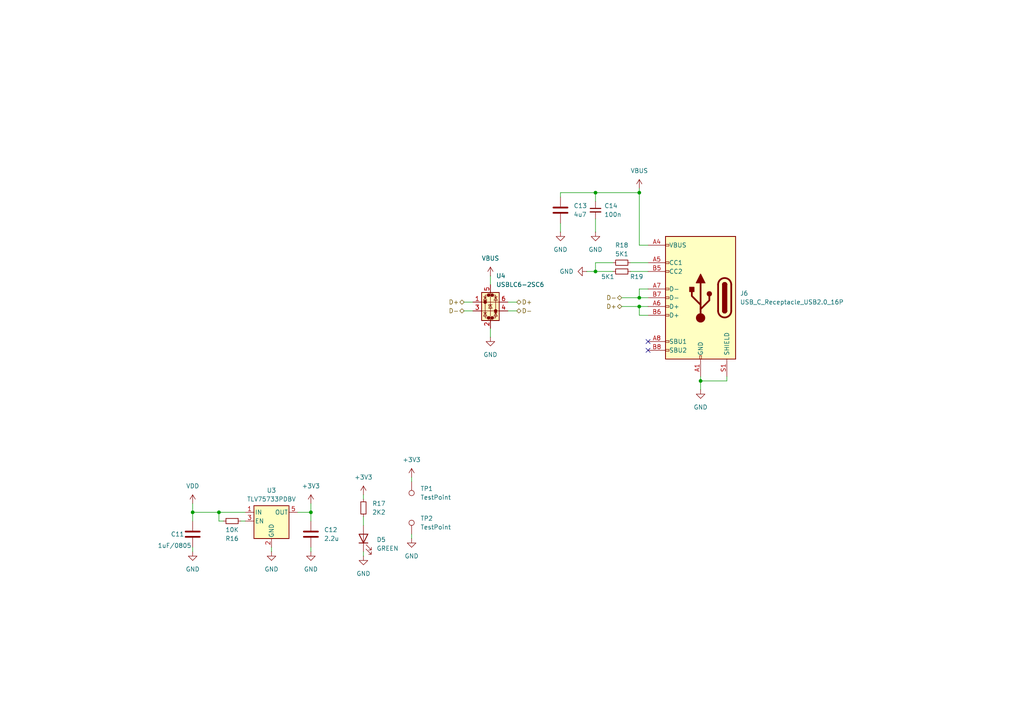
<source format=kicad_sch>
(kicad_sch (version 20231120) (generator "eeschema") (generator_version "8.0")
  (paper "A4")
  (lib_symbols
    (symbol "+3V3_4" (power) (pin_names (offset 0))
      (property "Value" "+3V3" (at 0 3.556 0))
      (symbol "+3V3_4_0_1"
        (polyline (pts (xy -0.762 1.27) (xy 0 2.54)))
        (polyline (pts (xy 0 0) (xy 0 2.54)))
        (polyline (pts (xy 0 2.54) (xy 0.762 1.27)))
      )
      (symbol "+3V3_4_1_1"
        (pin power_in line (at 0 0 90) (length 0) hide (name "+3V3") (number "1"))
      )
    )
    (symbol "Connector:TestPoint" (pin_numbers hide) (pin_names (offset 0.762) hide)
      (property "Reference" "TP" (at 0 6.858 0))
      (property "Value" "TestPoint" (at 0 5.08 0))
      (symbol "TestPoint_0_1"
        (circle (center 0 3.302) (radius 0.762))
      )
      (symbol "TestPoint_1_1"
        (pin passive line (at 0 0 90) (length 2.54) (name "1") (number "1"))
      )
    )
    (symbol "Connector:USB_C_Receptacle_USB2.0_16P" (pin_names (offset 1.016))
      (property "Reference" "J" (at 0 22.225 0))
      (property "Value" "USB_C_Receptacle_USB2.0_16P" (at 0 19.685 0))
      (symbol "USB_C_Receptacle_USB2.0_16P_0_0"
        (rectangle (start -0.254 -17.78) (end 0.254 -16.764))
        (rectangle (start 10.16 -14.986) (end 9.144 -15.494))
        (rectangle (start 10.16 -12.446) (end 9.144 -12.954))
        (rectangle (start 10.16 -4.826) (end 9.144 -5.334))
        (rectangle (start 10.16 -2.286) (end 9.144 -2.794))
        (rectangle (start 10.16 0.254) (end 9.144 -0.254))
        (rectangle (start 10.16 2.794) (end 9.144 2.286))
        (rectangle (start 10.16 7.874) (end 9.144 7.366))
        (rectangle (start 10.16 10.414) (end 9.144 9.906))
        (rectangle (start 10.16 15.494) (end 9.144 14.986))
      )
      (symbol "USB_C_Receptacle_USB2.0_16P_0_1"
        (rectangle (start -10.16 17.78) (end 10.16 -17.78) (stroke (width 0.254)) (fill (type background)))
        (arc (start -8.89 -3.81) (mid -6.985 -5.7067) (end -5.08 -3.81) (stroke (width 0.508)))
        (arc (start -7.62 -3.81) (mid -6.985 -4.4423) (end -6.35 -3.81) (stroke (width 0.254)))
        (arc (start -7.62 -3.81) (mid -6.985 -4.4423) (end -6.35 -3.81) (stroke (width 0.254)) (fill (type outline)))
        (rectangle (start -7.62 -3.81) (end -6.35 3.81) (stroke (width 0.254)) (fill (type outline)))
        (arc (start -6.35 3.81) (mid -6.985 4.4423) (end -7.62 3.81) (stroke (width 0.254)))
        (arc (start -6.35 3.81) (mid -6.985 4.4423) (end -7.62 3.81) (stroke (width 0.254)) (fill (type outline)))
        (arc (start -5.08 3.81) (mid -6.985 5.7067) (end -8.89 3.81) (stroke (width 0.508)))
        (circle (center -2.54 1.143) (radius 0.635) (stroke (width 0.254)) (fill (type outline)))
        (circle (center 0 -5.842) (radius 1.27) (fill (type outline)))
        (polyline (pts (xy -8.89 -3.81) (xy -8.89 3.81)) (stroke (width 0.508)))
        (polyline (pts (xy -5.08 3.81) (xy -5.08 -3.81)) (stroke (width 0.508)))
        (polyline (pts (xy 0 -5.842) (xy 0 4.318)) (stroke (width 0.508)))
        (polyline (pts (xy 0 -3.302) (xy -2.54 -0.762) (xy -2.54 0.508)) (stroke (width 0.508)))
        (polyline (pts (xy 0 -2.032) (xy 2.54 0.508) (xy 2.54 1.778)) (stroke (width 0.508)))
        (polyline (pts (xy -1.27 4.318) (xy 0 6.858) (xy 1.27 4.318) (xy -1.27 4.318)) (stroke (width 0.254)) (fill (type outline)))
        (rectangle (start 1.905 1.778) (end 3.175 3.048) (stroke (width 0.254)) (fill (type outline)))
      )
      (symbol "USB_C_Receptacle_USB2.0_16P_1_1"
        (pin passive line (at 0 -22.86 90) (length 5.08) (name "GND") (number "A1"))
        (pin passive line (at 0 -22.86 90) (length 5.08) hide (name "GND") (number "A12"))
        (pin passive line (at 15.24 15.24 180) (length 5.08) (name "VBUS") (number "A4"))
        (pin bidirectional line (at 15.24 10.16 180) (length 5.08) (name "CC1") (number "A5"))
        (pin bidirectional line (at 15.24 -2.54 180) (length 5.08) (name "D+") (number "A6"))
        (pin bidirectional line (at 15.24 2.54 180) (length 5.08) (name "D-") (number "A7"))
        (pin bidirectional line (at 15.24 -12.7 180) (length 5.08) (name "SBU1") (number "A8"))
        (pin passive line (at 15.24 15.24 180) (length 5.08) hide (name "VBUS") (number "A9"))
        (pin passive line (at 0 -22.86 90) (length 5.08) hide (name "GND") (number "B1"))
        (pin passive line (at 0 -22.86 90) (length 5.08) hide (name "GND") (number "B12"))
        (pin passive line (at 15.24 15.24 180) (length 5.08) hide (name "VBUS") (number "B4"))
        (pin bidirectional line (at 15.24 7.62 180) (length 5.08) (name "CC2") (number "B5"))
        (pin bidirectional line (at 15.24 -5.08 180) (length 5.08) (name "D+") (number "B6"))
        (pin bidirectional line (at 15.24 0 180) (length 5.08) (name "D-") (number "B7"))
        (pin bidirectional line (at 15.24 -15.24 180) (length 5.08) (name "SBU2") (number "B8"))
        (pin passive line (at 15.24 15.24 180) (length 5.08) hide (name "VBUS") (number "B9"))
        (pin passive line (at -7.62 -22.86 90) (length 5.08) (name "SHIELD") (number "S1"))
      )
    )
    (symbol "Device:C" (pin_numbers hide) (pin_names (offset 0.254))
      (property "Reference" "C" (at 0.635 2.54 0))
      (property "Value" "C" (at 0.635 -2.54 0))
      (symbol "C_0_1"
        (polyline (pts (xy -2.032 -0.762) (xy 2.032 -0.762)) (stroke (width 0.508)))
        (polyline (pts (xy -2.032 0.762) (xy 2.032 0.762)) (stroke (width 0.508)))
      )
      (symbol "C_1_1"
        (pin passive line (at 0 3.81 270) (length 2.794) (name "~") (number "1"))
        (pin passive line (at 0 -3.81 90) (length 2.794) (name "~") (number "2"))
      )
    )
    (symbol "Device:C_Small" (pin_numbers hide) (pin_names (offset 0.254) hide)
      (property "Reference" "C" (at 0.254 1.778 0))
      (property "Value" "C_Small" (at 0.254 -2.032 0))
      (symbol "C_Small_0_1"
        (polyline (pts (xy -1.524 -0.508) (xy 1.524 -0.508)) (stroke (width 0.3302)))
        (polyline (pts (xy -1.524 0.508) (xy 1.524 0.508)) (stroke (width 0.3048)))
      )
      (symbol "C_Small_1_1"
        (pin passive line (at 0 2.54 270) (length 2.032) (name "~") (number "1"))
        (pin passive line (at 0 -2.54 90) (length 2.032) (name "~") (number "2"))
      )
    )
    (symbol "Device:LED" (pin_numbers hide) (pin_names (offset 1.016) hide)
      (property "Reference" "D" (at 0 2.54 0))
      (property "Value" "LED" (at 0 -2.54 0))
      (symbol "LED_0_1"
        (polyline (pts (xy -1.27 -1.27) (xy -1.27 1.27)) (stroke (width 0.254)))
        (polyline (pts (xy -1.27 0) (xy 1.27 0)))
        (polyline (pts (xy 1.27 -1.27) (xy 1.27 1.27) (xy -1.27 0) (xy 1.27 -1.27)) (stroke (width 0.254)))
        (polyline (pts (xy -3.048 -0.762) (xy -4.572 -2.286) (xy -3.81 -2.286) (xy -4.572 -2.286) (xy -4.572 -1.524)))
        (polyline (pts (xy -1.778 -0.762) (xy -3.302 -2.286) (xy -2.54 -2.286) (xy -3.302 -2.286) (xy -3.302 -1.524)))
      )
      (symbol "LED_1_1"
        (pin passive line (at -3.81 0 0) (length 2.54) (name "K") (number "1"))
        (pin passive line (at 3.81 0 180) (length 2.54) (name "A") (number "2"))
      )
    )
    (symbol "Device:R_Small" (pin_numbers hide) (pin_names (offset 0.254) hide)
      (property "Reference" "R" (at 0.762 0.508 0))
      (property "Value" "R_Small" (at 0.762 -1.016 0))
      (symbol "R_Small_0_1"
        (rectangle (start -0.762 1.778) (end 0.762 -1.778) (stroke (width 0.2032)))
      )
      (symbol "R_Small_1_1"
        (pin passive line (at 0 2.54 270) (length 0.762) (name "~") (number "1"))
        (pin passive line (at 0 -2.54 90) (length 0.762) (name "~") (number "2"))
      )
    )
    (symbol "Power_Protection:USBLC6-2SC6" (pin_names hide)
      (property "Reference" "U" (at 0.635 5.715 0))
      (property "Value" "USBLC6-2SC6" (at 0.635 3.81 0))
      (symbol "USBLC6-2SC6_0_0"
        (circle (center -1.524 0) (radius 0.0001) (stroke (width 0.508)))
        (circle (center -0.508 -4.572) (radius 0.0001) (stroke (width 0.508)))
        (circle (center -0.508 2.032) (radius 0.0001) (stroke (width 0.508)))
        (circle (center 0.508 -4.572) (radius 0.0001) (stroke (width 0.508)))
        (circle (center 0.508 2.032) (radius 0.0001) (stroke (width 0.508)))
        (circle (center 1.524 -2.54) (radius 0.0001) (stroke (width 0.508)))
      )
      (symbol "USBLC6-2SC6_0_1"
        (polyline (pts (xy -2.54 -2.54) (xy 2.54 -2.54)))
        (polyline (pts (xy -2.54 0) (xy 2.54 0)))
        (polyline (pts (xy -2.032 -3.048) (xy -1.016 -3.048)))
        (polyline (pts (xy -1.016 1.524) (xy -2.032 1.524)))
        (polyline (pts (xy 1.016 -3.048) (xy 2.032 -3.048)))
        (polyline (pts (xy 1.016 1.524) (xy 2.032 1.524)))
        (polyline (pts (xy -0.508 -1.143) (xy -0.508 -0.762) (xy 0.508 -0.762)))
        (polyline (pts (xy -2.032 0.508) (xy -1.016 0.508) (xy -1.524 1.524) (xy -2.032 0.508)))
        (polyline (pts (xy -1.016 -4.064) (xy -2.032 -4.064) (xy -1.524 -3.048) (xy -1.016 -4.064)))
        (polyline (pts (xy 0.508 -1.778) (xy -0.508 -1.778) (xy 0 -0.762) (xy 0.508 -1.778)))
        (polyline (pts (xy 2.032 -4.064) (xy 1.016 -4.064) (xy 1.524 -3.048) (xy 2.032 -4.064)))
        (polyline (pts (xy 2.032 0.508) (xy 1.016 0.508) (xy 1.524 1.524) (xy 2.032 0.508)))
        (polyline (pts (xy 0 2.54) (xy -0.508 2.032) (xy 0.508 2.032) (xy 0 1.524) (xy 0 -4.064) (xy -0.508 -4.572) (xy 0.508 -4.572) (xy 0 -5.08)))
      )
      (symbol "USBLC6-2SC6_1_1"
        (rectangle (start -2.54 2.794) (end 2.54 -5.334) (stroke (width 0.254)) (fill (type background)))
        (polyline (pts (xy -0.508 2.032) (xy -1.524 2.032) (xy -1.524 -4.572) (xy -0.508 -4.572)))
        (polyline (pts (xy 0.508 -4.572) (xy 1.524 -4.572) (xy 1.524 2.032) (xy 0.508 2.032)))
        (pin passive line (at -5.08 0 0) (length 2.54) (name "I/O1") (number "1"))
        (pin passive line (at 0 -7.62 90) (length 2.54) (name "GND") (number "2"))
        (pin passive line (at -5.08 -2.54 0) (length 2.54) (name "I/O2") (number "3"))
        (pin passive line (at 5.08 -2.54 180) (length 2.54) (name "I/O2") (number "4"))
        (pin passive line (at 0 5.08 270) (length 2.54) (name "VBUS") (number "5"))
        (pin passive line (at 5.08 0 180) (length 2.54) (name "I/O1") (number "6"))
      )
    )
    (symbol "Regulator_Linear:TLV75733PDBV" (pin_names (offset 0.254))
      (property "Reference" "U" (at -3.81 5.715 0))
      (property "Value" "TLV75733PDBV" (at 0 5.715 0))
      (symbol "TLV75733PDBV_0_1"
        (rectangle (start -5.08 4.445) (end 5.08 -5.08) (stroke (width 0.254)) (fill (type background)))
      )
      (symbol "TLV75733PDBV_1_1"
        (pin power_in line (at -7.62 2.54 0) (length 2.54) (name "IN") (number "1"))
        (pin power_in line (at 0 -7.62 90) (length 2.54) (name "GND") (number "2"))
        (pin input line (at -7.62 0 0) (length 2.54) (name "EN") (number "3"))
        (pin no_connect line (at 5.08 0 180) (length 2.54) hide (name "NC") (number "4"))
        (pin power_out line (at 7.62 2.54 180) (length 2.54) (name "OUT") (number "5"))
      )
    )
    (symbol "power:GND" (power) (pin_numbers hide) (pin_names (offset 0) hide)
      (property "Value" "GND" (at 0 -3.81 0))
      (symbol "GND_0_1"
        (polyline (pts (xy 0 0) (xy 0 -1.27) (xy 1.27 -1.27) (xy 0 -2.54) (xy -1.27 -1.27) (xy 0 -1.27)))
      )
      (symbol "GND_1_1"
        (pin power_in line (at 0 0 270) (length 0) (name "~") (number "1"))
      )
    )
    (symbol "power:VBUS" (power) (pin_numbers hide) (pin_names (offset 0) hide)
      (property "Value" "VBUS" (at 0 3.556 0))
      (symbol "VBUS_0_1"
        (polyline (pts (xy -0.762 1.27) (xy 0 2.54)))
        (polyline (pts (xy 0 0) (xy 0 2.54)))
        (polyline (pts (xy 0 2.54) (xy 0.762 1.27)))
      )
      (symbol "VBUS_1_1"
        (pin power_in line (at 0 0 90) (length 0) (name "~") (number "1"))
      )
    )
    (symbol "power:VDD" (power) (pin_numbers hide) (pin_names (offset 0) hide)
      (property "Value" "VDD" (at 0 3.556 0))
      (symbol "VDD_0_1"
        (polyline (pts (xy -0.762 1.27) (xy 0 2.54)))
        (polyline (pts (xy 0 0) (xy 0 2.54)))
        (polyline (pts (xy 0 2.54) (xy 0.762 1.27)))
      )
      (symbol "VDD_1_1"
        (pin power_in line (at 0 0 90) (length 0) (name "~") (number "1"))
      )
    )
  )
  (junction (at 172.72 78.74))
  (junction (at 90.17 148.59))
  (junction (at 185.42 55.88))
  (junction (at 203.2 110.49))
  (junction (at 172.72 55.88))
  (junction (at 63.5 148.59))
  (junction (at 185.42 88.9))
  (junction (at 185.42 86.36))
  (junction (at 55.88 148.59))
  (no_connect (at 187.96 101.6))
  (no_connect (at 187.96 99.06))
  (wire (pts (xy 172.72 78.74) (xy 177.8 78.74)))
  (wire (pts (xy 180.34 88.9) (xy 185.42 88.9)))
  (wire (pts (xy 134.62 87.63) (xy 137.16 87.63)))
  (wire (pts (xy 90.17 146.05) (xy 90.17 148.59)))
  (wire (pts (xy 185.42 91.44) (xy 185.42 88.9)))
  (wire (pts (xy 63.5 148.59) (xy 63.5 151.13)))
  (wire (pts (xy 187.96 83.82) (xy 185.42 83.82)))
  (wire (pts (xy 55.88 160.02) (xy 55.88 158.75)))
  (wire (pts (xy 105.41 143.51) (xy 105.41 144.78)))
  (wire (pts (xy 185.42 88.9) (xy 187.96 88.9)))
  (wire (pts (xy 134.62 90.17) (xy 137.16 90.17)))
  (wire (pts (xy 105.41 149.86) (xy 105.41 152.4)))
  (wire (pts (xy 170.18 78.74) (xy 172.72 78.74)))
  (wire (pts (xy 172.72 76.2) (xy 172.72 78.74)))
  (wire (pts (xy 55.88 146.05) (xy 55.88 148.59)))
  (wire (pts (xy 63.5 151.13) (xy 64.77 151.13)))
  (wire (pts (xy 55.88 148.59) (xy 63.5 148.59)))
  (wire (pts (xy 185.42 71.12) (xy 187.96 71.12)))
  (wire (pts (xy 69.85 151.13) (xy 71.12 151.13)))
  (wire (pts (xy 162.56 55.88) (xy 172.72 55.88)))
  (wire (pts (xy 162.56 57.15) (xy 162.56 55.88)))
  (wire (pts (xy 162.56 64.77) (xy 162.56 67.31)))
  (wire (pts (xy 185.42 54.61) (xy 185.42 55.88)))
  (wire (pts (xy 78.74 160.02) (xy 78.74 158.75)))
  (wire (pts (xy 185.42 83.82) (xy 185.42 86.36)))
  (wire (pts (xy 149.86 90.17) (xy 147.32 90.17)))
  (wire (pts (xy 203.2 110.49) (xy 203.2 109.22)))
  (wire (pts (xy 86.36 148.59) (xy 90.17 148.59)))
  (wire (pts (xy 55.88 151.13) (xy 55.88 148.59)))
  (wire (pts (xy 172.72 67.31) (xy 172.72 63.5)))
  (wire (pts (xy 119.38 138.43) (xy 119.38 139.7)))
  (wire (pts (xy 90.17 160.02) (xy 90.17 158.75)))
  (wire (pts (xy 149.86 87.63) (xy 147.32 87.63)))
  (wire (pts (xy 210.82 109.22) (xy 210.82 110.49)))
  (wire (pts (xy 142.24 80.01) (xy 142.24 82.55)))
  (wire (pts (xy 182.88 76.2) (xy 187.96 76.2)))
  (wire (pts (xy 187.96 91.44) (xy 185.42 91.44)))
  (wire (pts (xy 172.72 55.88) (xy 185.42 55.88)))
  (wire (pts (xy 185.42 86.36) (xy 187.96 86.36)))
  (wire (pts (xy 177.8 76.2) (xy 172.72 76.2)))
  (wire (pts (xy 172.72 55.88) (xy 172.72 58.42)))
  (wire (pts (xy 180.34 86.36) (xy 185.42 86.36)))
  (wire (pts (xy 210.82 110.49) (xy 203.2 110.49)))
  (wire (pts (xy 142.24 97.79) (xy 142.24 95.25)))
  (wire (pts (xy 182.88 78.74) (xy 187.96 78.74)))
  (wire (pts (xy 90.17 148.59) (xy 90.17 151.13)))
  (wire (pts (xy 119.38 156.21) (xy 119.38 154.94)))
  (wire (pts (xy 185.42 55.88) (xy 185.42 71.12)))
  (wire (pts (xy 71.12 148.59) (xy 63.5 148.59)))
  (wire (pts (xy 105.41 161.29) (xy 105.41 160.02)))
  (wire (pts (xy 203.2 113.03) (xy 203.2 110.49)))
  (hierarchical_label "D+" (shape bidirectional) (at 149.86 87.63 0))
  (hierarchical_label "D+" (shape bidirectional) (at 134.62 87.63 180))
  (hierarchical_label "D+" (shape bidirectional) (at 180.34 88.9 180))
  (hierarchical_label "D-" (shape bidirectional) (at 134.62 90.17 180))
  (hierarchical_label "D-" (shape bidirectional) (at 180.34 86.36 180))
  (hierarchical_label "D-" (shape bidirectional) (at 149.86 90.17 0))
  (symbol (lib_id "power:GND") (at 172.72 67.31 0) (unit 1)
    (property "Reference" "#PWR055" (effects (hide yes)))
    (property "Value" "GND" (at 172.72 72.39 0))
    (property "Description" "Power symbol creates a global label with name \"GND\" , ground" (effects (hide yes)))
  )
  (symbol (lib_id "power:GND") (at 55.88 160.02 0) (unit 1)
    (property "Reference" "#PWR043" (effects (hide yes)))
    (property "Value" "GND" (at 55.88 165.1 0))
    (property "Description" "Power symbol creates a global label with name \"GND\" , ground" (effects (hide yes)))
  )
  (symbol (lib_id "Device:R_Small") (at 67.31 151.13 90) (mirror x) (unit 1)
    (property "Reference" "R16" (at 67.31 156.21 90))
    (property "Value" "10K" (at 67.31 153.67 90))
    (property "Footprint" "Resistor_SMD:R_0402_1005Metric" (effects (hide yes)))
    (property "Description" "Resistor, small symbol" (effects (hide yes)))
    (property "JLCPCB Part #" "C25744" (effects (hide yes)))
  )
  (symbol (lib_id "Connector:TestPoint") (at 119.38 154.94 0) (unit 1)
    (property "Reference" "TP2" (at 121.92 150.3679 0) (effects (justify left)))
    (property "Value" "TestPoint" (at 121.92 152.9079 0) (effects (justify left)))
    (property "Footprint" "TestPoint:TestPoint_Pad_D1.0mm" (effects (hide yes)))
    (property "Description" "test point" (effects (hide yes)))
  )
  (symbol (lib_id "Connector:TestPoint") (at 119.38 139.7 180) (unit 1)
    (property "Reference" "TP1" (at 121.92 141.7319 0) (effects (justify right)))
    (property "Value" "TestPoint" (at 121.92 144.2719 0) (effects (justify right)))
    (property "Footprint" "TestPoint:TestPoint_Pad_D1.0mm" (effects (hide yes)))
    (property "Description" "test point" (effects (hide yes)))
  )
  (symbol (lib_id "Device:C") (at 90.17 154.94 0) (unit 1)
    (property "Reference" "C12" (at 93.98 153.6699 0) (effects (justify left)))
    (property "Value" "2.2u" (at 93.98 156.2099 0) (effects (justify left)))
    (property "Footprint" "Capacitor_SMD:C_0805_2012Metric" (effects (hide yes)))
    (property "Description" "Unpolarized capacitor" (effects (hide yes)))
    (property "JLCPCB Part #" "C377773" (effects (hide yes)))
  )
  (symbol (lib_id "power:VDD") (at 55.88 146.05 0) (unit 1)
    (property "Reference" "#PWR042" (effects (hide yes)))
    (property "Value" "VDD" (at 55.88 140.97 0))
    (property "Description" "Power symbol creates a global label with name \"VDD\"" (effects (hide yes)))
  )
  (symbol (lib_id "Regulator_Linear:TLV75733PDBV") (at 78.74 151.13 0) (unit 1)
    (property "Reference" "U3" (at 78.74 142.24 0))
    (property "Value" "TLV75733PDBV" (at 78.74 144.78 0))
    (property "Footprint" "Package_TO_SOT_SMD:SOT-23-5" (effects (hide yes)))
    (property "Datasheet" "https://www.ti.com/lit/ds/symlink/tlv757p.pdf" (effects (hide yes)))
    (property "Description" "1A Low IQ Small Size Low Dropout Voltage Regulator, Fixed Output 3.3V, SOT-23-5" (effects (hide yes)))
    (property "JLCPCB Part #" "C485517" (effects (hide yes)))
  )
  (symbol (lib_id "Device:C") (at 162.56 60.96 0) (unit 1)
    (property "Reference" "C13" (at 166.37 59.6899 0) (effects (justify left)))
    (property "Value" "4u7" (at 166.37 62.2299 0) (effects (justify left)))
    (property "Footprint" "Capacitor_SMD:C_0805_2012Metric" (effects (hide yes)))
    (property "Description" "Unpolarized capacitor" (effects (hide yes)))
    (property "JLCPCB Part #" "C1779" (effects (hide yes)))
  )
  (symbol (lib_id "Device:C") (at 55.88 154.94 0) (unit 1)
    (property "Reference" "C11" (at 49.53 154.94 0) (effects (justify left)))
    (property "Value" "1uF/0805" (at 45.72 158.242 0) (effects (justify left)))
    (property "Footprint" "Capacitor_SMD:C_0805_2012Metric" (effects (hide yes)))
    (property "Description" "Unpolarized capacitor" (effects (hide yes)))
    (property "JLCPCB Part #" "C28323" (effects (hide yes)))
  )
  (symbol (lib_id "power:GND") (at 170.18 78.74 270) (unit 1)
    (property "Reference" "#PWR054" (effects (hide yes)))
    (property "Value" "GND" (at 166.37 78.7399 90) (effects (justify right)))
    (property "Description" "Power symbol creates a global label with name \"GND\" , ground" (effects (hide yes)))
  )
  (symbol (lib_id "power:GND") (at 142.24 97.79 0) (unit 1)
    (property "Reference" "#PWR052" (effects (hide yes)))
    (property "Value" "GND" (at 142.24 102.87 0))
    (property "Description" "Power symbol creates a global label with name \"GND\" , ground" (effects (hide yes)))
  )
  (symbol (lib_name "+3V3_4") (lib_id "power:+3V3") (at 105.41 143.51 0) (unit 1)
    (property "Reference" "#PWR047" (effects (hide yes)))
    (property "Value" "+3V3" (at 105.41 138.43 0))
    (property "Description" "Power symbol creates a global label with name \"+3V3\"" (effects (hide yes)))
  )
  (symbol (lib_name "+3V3_4") (lib_id "power:+3V3") (at 119.38 138.43 0) (unit 1)
    (property "Reference" "#PWR049" (effects (hide yes)))
    (property "Value" "+3V3" (at 119.38 133.35 0))
    (property "Description" "Power symbol creates a global label with name \"+3V3\"" (effects (hide yes)))
  )
  (symbol (lib_id "Device:R_Small") (at 180.34 76.2 90) (unit 1)
    (property "Reference" "R18" (at 180.34 71.12 90))
    (property "Value" "5K1" (at 180.34 73.66 90))
    (property "Footprint" "Resistor_SMD:R_0402_1005Metric" (effects (hide yes)))
    (property "Description" "Resistor, small symbol" (effects (hide yes)))
    (property "JLCPCB Part #" "C25905" (effects (hide yes)))
  )
  (symbol (lib_id "Power_Protection:USBLC6-2SC6") (at 142.24 87.63 0) (unit 1)
    (property "Reference" "U4" (at 143.8911 80.01 0) (effects (justify left)))
    (property "Value" "USBLC6-2SC6" (at 143.8911 82.55 0) (effects (justify left)))
    (property "Footprint" "Package_TO_SOT_SMD:SOT-23-6" (effects (hide yes)))
    (property "Datasheet" "https://www.st.com/resource/en/datasheet/usblc6-2.pdf" (effects (hide yes)))
    (property "Description" "Very low capacitance ESD protection diode, 2 data-line, SOT-23-6" (effects (hide yes)))
  )
  (symbol (lib_id "power:GND") (at 119.38 156.21 0) (unit 1)
    (property "Reference" "#PWR050" (effects (hide yes)))
    (property "Value" "GND" (at 119.38 161.29 0))
    (property "Description" "Power symbol creates a global label with name \"GND\" , ground" (effects (hide yes)))
  )
  (symbol (lib_id "power:GND") (at 203.2 113.03 0) (unit 1)
    (property "Reference" "#PWR057" (effects (hide yes)))
    (property "Value" "GND" (at 203.2 118.11 0))
    (property "Description" "Power symbol creates a global label with name \"GND\" , ground" (effects (hide yes)))
  )
  (symbol (lib_id "power:VBUS") (at 185.42 54.61 0) (unit 1)
    (property "Reference" "#PWR056" (effects (hide yes)))
    (property "Value" "VBUS" (at 185.42 49.53 0))
    (property "Description" "Power symbol creates a global label with name \"VBUS\"" (effects (hide yes)))
  )
  (symbol (lib_id "Device:C_Small") (at 172.72 60.96 0) (unit 1)
    (property "Reference" "C14" (at 175.26 59.6962 0) (effects (justify left)))
    (property "Value" "100n" (at 175.26 62.2362 0) (effects (justify left)))
    (property "Footprint" "Capacitor_SMD:C_0402_1005Metric" (effects (hide yes)))
    (property "Description" "Unpolarized capacitor, small symbol" (effects (hide yes)))
    (property "JLCPCB Part #" "C307331" (effects (hide yes)))
  )
  (symbol (lib_id "power:GND") (at 90.17 160.02 0) (unit 1)
    (property "Reference" "#PWR046" (effects (hide yes)))
    (property "Value" "GND" (at 90.17 165.1 0))
    (property "Description" "Power symbol creates a global label with name \"GND\" , ground" (effects (hide yes)))
  )
  (symbol (lib_id "power:VBUS") (at 142.24 80.01 0) (unit 1)
    (property "Reference" "#PWR051" (effects (hide yes)))
    (property "Value" "VBUS" (at 142.24 74.93 0))
    (property "Description" "Power symbol creates a global label with name \"VBUS\"" (effects (hide yes)))
  )
  (symbol (lib_id "Device:R_Small") (at 105.41 147.32 0) (unit 1)
    (property "Reference" "R17" (at 107.95 146.0499 0) (effects (justify left)))
    (property "Value" "2K2" (at 107.95 148.5899 0) (effects (justify left)))
    (property "Footprint" "Resistor_SMD:R_0402_1005Metric" (effects (hide yes)))
    (property "Description" "Resistor, small symbol" (effects (hide yes)))
    (property "JLCPCB Part #" "C25879" (effects (hide yes)))
  )
  (symbol (lib_name "+3V3_4") (lib_id "power:+3V3") (at 90.17 146.05 0) (unit 1)
    (property "Reference" "#PWR045" (effects (hide yes)))
    (property "Value" "+3V3" (at 90.17 140.97 0))
    (property "Description" "Power symbol creates a global label with name \"+3V3\"" (effects (hide yes)))
  )
  (symbol (lib_id "Device:R_Small") (at 180.34 78.74 90) (mirror x) (unit 1)
    (property "Reference" "R19" (at 184.658 80.264 90))
    (property "Value" "5K1" (at 176.276 80.264 90))
    (property "Footprint" "Resistor_SMD:R_0402_1005Metric" (effects (hide yes)))
    (property "Description" "Resistor, small symbol" (effects (hide yes)))
    (property "JLCPCB Part #" "C25905" (effects (hide yes)))
  )
  (symbol (lib_id "Connector:USB_C_Receptacle_USB2.0_16P") (at 203.2 86.36 0) (mirror y) (unit 1)
    (property "Reference" "J6" (at 214.63 85.0899 0) (effects (justify right)))
    (property "Value" "USB_C_Receptacle_USB2.0_16P" (at 214.63 87.6299 0) (effects (justify right)))
    (property "Footprint" "Connector_USB:USB_C_Receptacle_G-Switch_GT-USB-7010ASV" (effects (hide yes)))
    (property "Datasheet" "https://www.usb.org/sites/default/files/documents/usb_type-c.zip" (effects (hide yes)))
    (property "Description" "USB 2.0-only 16P Type-C Receptacle connector" (effects (hide yes)))
    (property "JLCPCB Part #" "C963412 " (effects (hide yes)))
  )
  (symbol (lib_id "power:GND") (at 105.41 161.29 0) (unit 1)
    (property "Reference" "#PWR048" (effects (hide yes)))
    (property "Value" "GND" (at 105.41 166.37 0))
    (property "Description" "Power symbol creates a global label with name \"GND\" , ground" (effects (hide yes)))
  )
  (symbol (lib_id "power:GND") (at 78.74 160.02 0) (unit 1)
    (property "Reference" "#PWR044" (effects (hide yes)))
    (property "Value" "GND" (at 78.74 165.1 0))
    (property "Description" "Power symbol creates a global label with name \"GND\" , ground" (effects (hide yes)))
  )
  (symbol (lib_id "Device:LED") (at 105.41 156.21 90) (unit 1)
    (property "Reference" "D5" (at 109.22 156.5274 90) (effects (justify right)))
    (property "Value" "GREEN" (at 109.22 159.0674 90) (effects (justify right)))
    (property "Footprint" "LED_SMD:LED_0805_2012Metric" (effects (hide yes)))
    (property "Description" "Light emitting diode" (effects (hide yes)))
    (property "JLCPCB Part #" "C2297" (effects (hide yes)))
  )
  (symbol (lib_id "power:GND") (at 162.56 67.31 0) (unit 1)
    (property "Reference" "#PWR053" (effects (hide yes)))
    (property "Value" "GND" (at 162.56 72.39 0))
    (property "Description" "Power symbol creates a global label with name \"GND\" , ground" (effects (hide yes)))
  )
)
</source>
